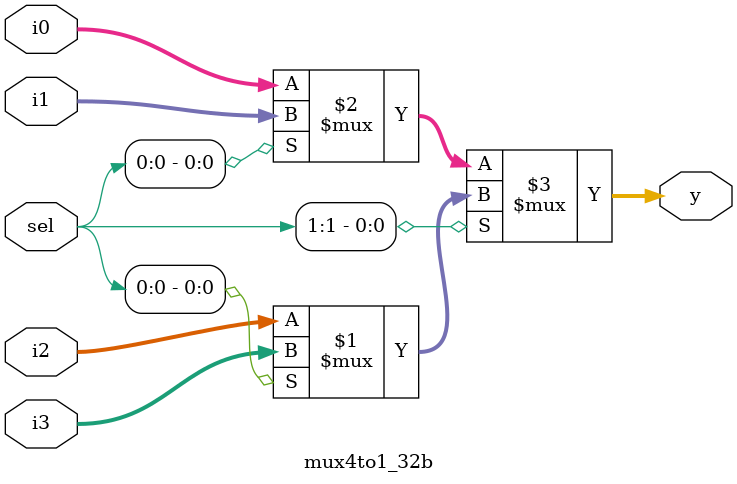
<source format=v>
module mux4to1_32b (i0, i1,i2,i3, sel, y);
  input [31:0] i0, i1,i2,i3;
  input [1:0] sel;
  output [31:0] y;
  
  assign y = sel[1] ? (sel[0] ? i3 : i2) : (sel[0] ? i1 : i0);
  
endmodule

</source>
